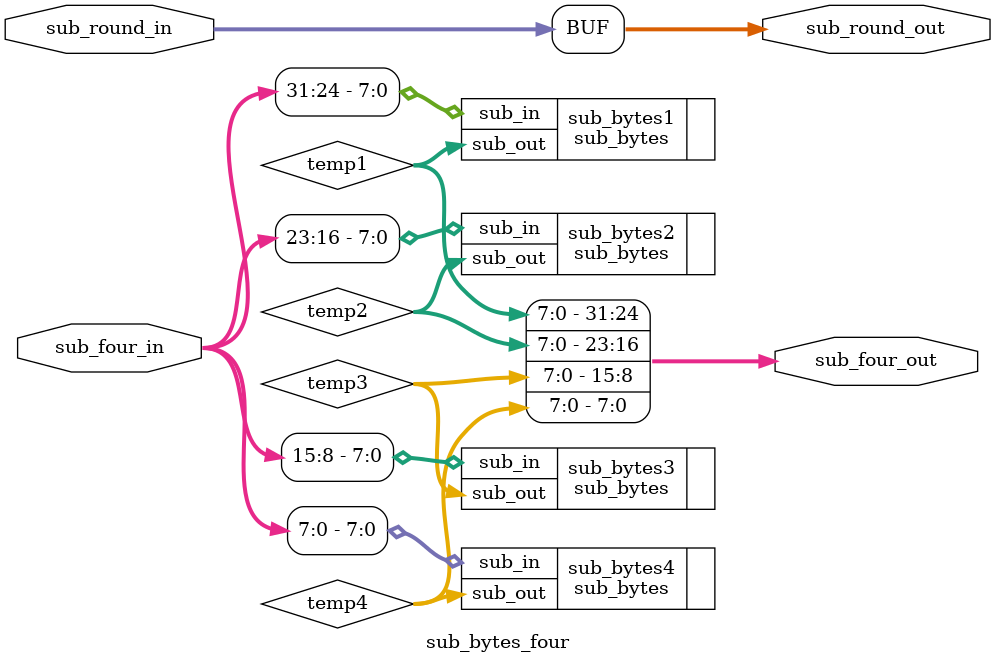
<source format=v>
`timescale 1ns / 1ps
module sub_bytes_four(
    input [31:0] sub_four_in,
	 input [3:0] sub_round_in,
	 output [3:0] sub_round_out,
    output reg [31:0] sub_four_out
    );
	 
	 wire [7:0]temp1;
	 wire [7:0]temp2;
	 wire [7:0]temp3;
	 wire [7:0]temp4;

sub_bytes sub_bytes1(
	.sub_in(sub_four_in[31:24]),
	.sub_out(temp1)
	);
	
sub_bytes sub_bytes2(
	.sub_in(sub_four_in[23:16]),
	.sub_out(temp2)
	);

sub_bytes sub_bytes3(
	.sub_in(sub_four_in[15:8]),
	.sub_out(temp3)
	);

sub_bytes sub_bytes4(
	.sub_in(sub_four_in[7:0]),
	.sub_out(temp4)
	);
assign sub_round_out = sub_round_in;

	
	always@(temp1)
begin
 sub_four_out[31:24] = temp1;
end

always@(temp2)
begin
sub_four_out[23:16] = temp2;
end

always@(temp3)
begin
sub_four_out[15:8] = temp3;
end

always@(temp4)
begin
sub_four_out[7:0] = temp4;
end
	
endmodule

</source>
